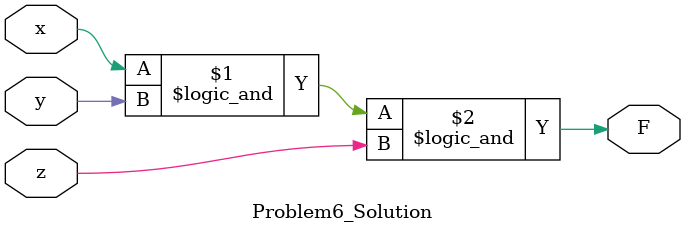
<source format=v>
module Problem5 ( output F, input x, input y, input z, input q );
    assign F = x && ( x || y || z ) && ( !x || y ) && ( x || q ) && ( x || !q || z );
endmodule

// x * ( x' + y )
module Problem5_Solution ( output F, input x, input y );
    assign F = x && ( !x || y );
endmodule

// x * ( x + y + z' ) * ( x' + z ) * ( y + z' ) * ( x + z )
module Problem6 ( output F, input x, input y, input z );
    assign F = x && ( x || y || !z ) && ( !x || z ) && ( y || !z ) && ( x || z );
endmodule

// x * y * z
module Problem6_Solution ( output F, input x, input y, input z );
    assign F = x && y && z;
endmodule
</source>
